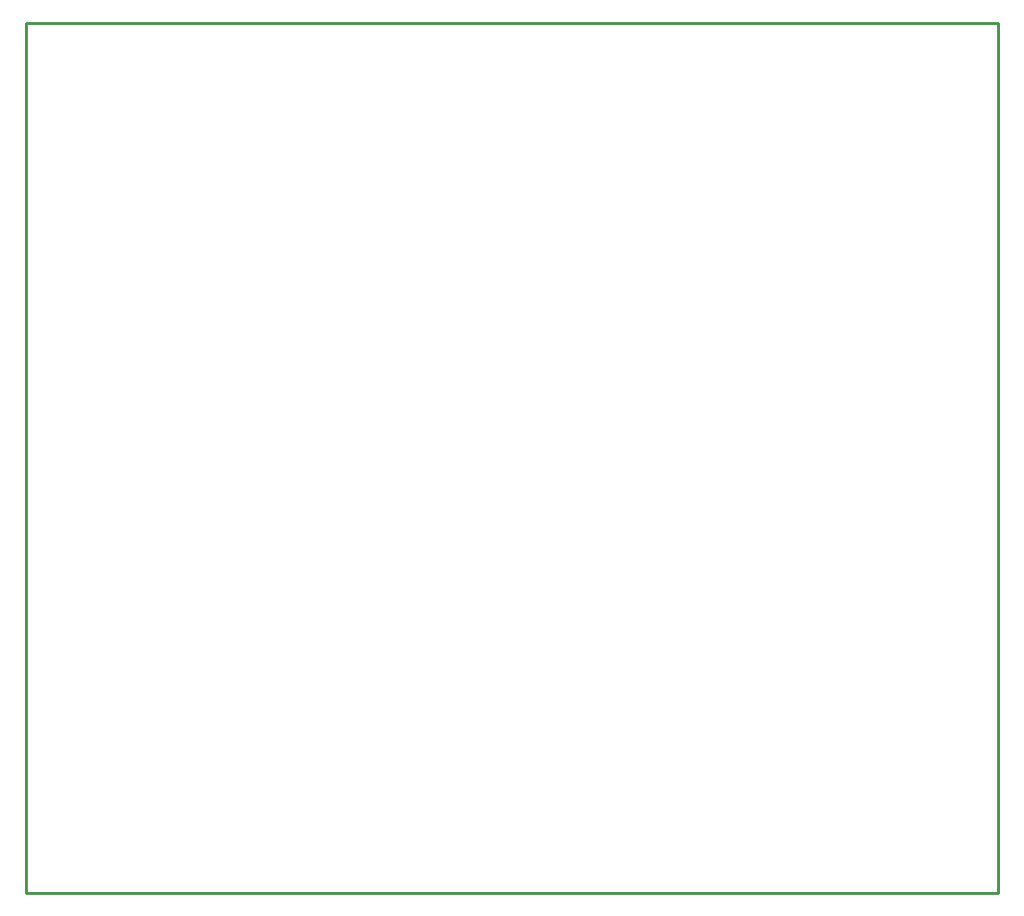
<source format=gko>
%FSLAX25Y25*%
%MOIN*%
G70*
G01*
G75*
G04 Layer_Color=8388736*
%ADD10C,0.03937*%
%ADD11R,0.25000X0.02992*%
%ADD12R,0.03500X0.05000*%
%ADD13R,0.05910X0.03030*%
%ADD14R,0.11024X0.20276*%
%ADD15R,0.05000X0.03500*%
%ADD16R,0.03000X0.04000*%
%ADD17R,0.03543X0.13583*%
%ADD18C,0.03100*%
%ADD19R,0.04000X0.02854*%
%ADD20R,0.08465X0.02362*%
%ADD21R,0.04724X0.12992*%
%ADD22R,0.11023X0.05000*%
%ADD23R,0.08465X0.09449*%
%ADD24R,0.09449X0.08465*%
%ADD25R,0.08661X0.05000*%
%ADD26R,0.05000X0.08661*%
%ADD27R,0.03030X0.05910*%
%ADD28R,0.08000X0.06000*%
%ADD29R,0.08000X0.15000*%
%ADD30R,0.10236X0.03150*%
%ADD31R,0.06000X0.02500*%
%ADD32C,0.01000*%
%ADD33C,0.01500*%
%ADD34C,0.01181*%
%ADD35C,0.02756*%
%ADD36C,0.01969*%
%ADD37C,0.15748*%
%ADD38C,0.09843*%
%ADD39C,0.11811*%
%ADD40C,0.03937*%
%ADD41C,0.01575*%
%ADD42C,0.02362*%
%ADD43C,0.13780*%
%ADD44C,0.19685*%
%ADD45C,0.12598*%
%ADD46C,0.16000*%
%ADD47C,0.09843*%
%ADD48C,0.11811*%
%ADD49C,0.09055*%
%ADD50C,0.03900*%
%ADD51C,0.16533*%
%ADD52C,0.10000*%
%ADD53C,0.05000*%
%ADD54R,0.16000X0.13000*%
%ADD55R,0.16892X0.02319*%
%ADD56R,0.21000X0.17000*%
%ADD57R,0.31000X0.17000*%
%ADD58R,0.09194X0.12806*%
%ADD59R,0.12000X0.12890*%
%ADD60C,0.00984*%
%ADD61C,0.00787*%
%ADD62C,0.00787*%
%ADD63C,0.11811*%
%ADD64C,0.17000*%
%ADD65C,0.10842*%
D32*
X-168500Y151000D02*
X169000D01*
Y-151000D02*
Y151000D01*
X-168500Y-151000D02*
X169000D01*
X-168500D02*
Y151000D01*
M02*

</source>
